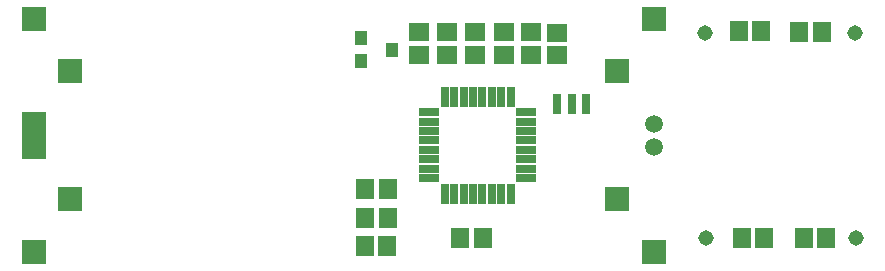
<source format=gbs>
G75*
%MOIN*%
%OFA0B0*%
%FSLAX25Y25*%
%IPPOS*%
%LPD*%
%AMOC8*
5,1,8,0,0,1.08239X$1,22.5*
%
%ADD10R,0.02800X0.06600*%
%ADD11R,0.06600X0.02800*%
%ADD12C,0.05162*%
%ADD13R,0.05918X0.06706*%
%ADD14R,0.02769X0.06706*%
%ADD15R,0.06706X0.05918*%
%ADD16R,0.04343X0.04737*%
%ADD17R,0.08477X0.08477*%
%ADD18C,0.05918*%
D10*
X0152113Y0031101D03*
X0155213Y0031101D03*
X0158413Y0031101D03*
X0161513Y0031101D03*
X0164713Y0031101D03*
X0167813Y0031101D03*
X0171013Y0031101D03*
X0174113Y0031101D03*
X0174113Y0063501D03*
X0171013Y0063501D03*
X0167813Y0063501D03*
X0164713Y0063501D03*
X0161513Y0063501D03*
X0158413Y0063501D03*
X0155213Y0063501D03*
X0152113Y0063501D03*
D11*
X0146913Y0058301D03*
X0146913Y0055201D03*
X0146913Y0052001D03*
X0146913Y0048901D03*
X0146913Y0045701D03*
X0146913Y0042601D03*
X0146913Y0039401D03*
X0146913Y0036301D03*
X0179313Y0036301D03*
X0179313Y0039401D03*
X0179313Y0042601D03*
X0179313Y0045701D03*
X0179313Y0048901D03*
X0179313Y0052001D03*
X0179313Y0055201D03*
X0179313Y0058301D03*
D12*
X0238900Y0084703D03*
X0288900Y0084703D03*
X0289374Y0016491D03*
X0239374Y0016491D03*
D13*
X0251238Y0016364D03*
X0258719Y0016364D03*
X0271878Y0016287D03*
X0279358Y0016287D03*
X0164835Y0016232D03*
X0157355Y0016232D03*
X0132958Y0013786D03*
X0125477Y0013786D03*
X0125700Y0023033D03*
X0133180Y0023033D03*
X0133158Y0032728D03*
X0125677Y0032728D03*
X0250177Y0085211D03*
X0257658Y0085211D03*
X0270352Y0085207D03*
X0277832Y0085207D03*
D14*
X0199176Y0060959D03*
X0194452Y0060959D03*
X0189727Y0060959D03*
D15*
X0189518Y0077270D03*
X0180901Y0077406D03*
X0171746Y0077405D03*
X0162339Y0077506D03*
X0152887Y0077400D03*
X0143534Y0077429D03*
X0143534Y0084909D03*
X0152887Y0084880D03*
X0162339Y0084986D03*
X0171746Y0084886D03*
X0180901Y0084886D03*
X0189518Y0084750D03*
D16*
X0134619Y0079185D03*
X0124382Y0075248D03*
X0124382Y0083122D03*
D17*
X0015169Y0011773D03*
X0027374Y0029293D03*
X0015169Y0046813D03*
X0015169Y0054490D03*
X0027374Y0072010D03*
X0015169Y0089529D03*
X0209657Y0072010D03*
X0221862Y0089529D03*
X0209657Y0029293D03*
X0221862Y0011773D03*
D18*
X0221829Y0046807D03*
X0221859Y0054456D03*
M02*

</source>
